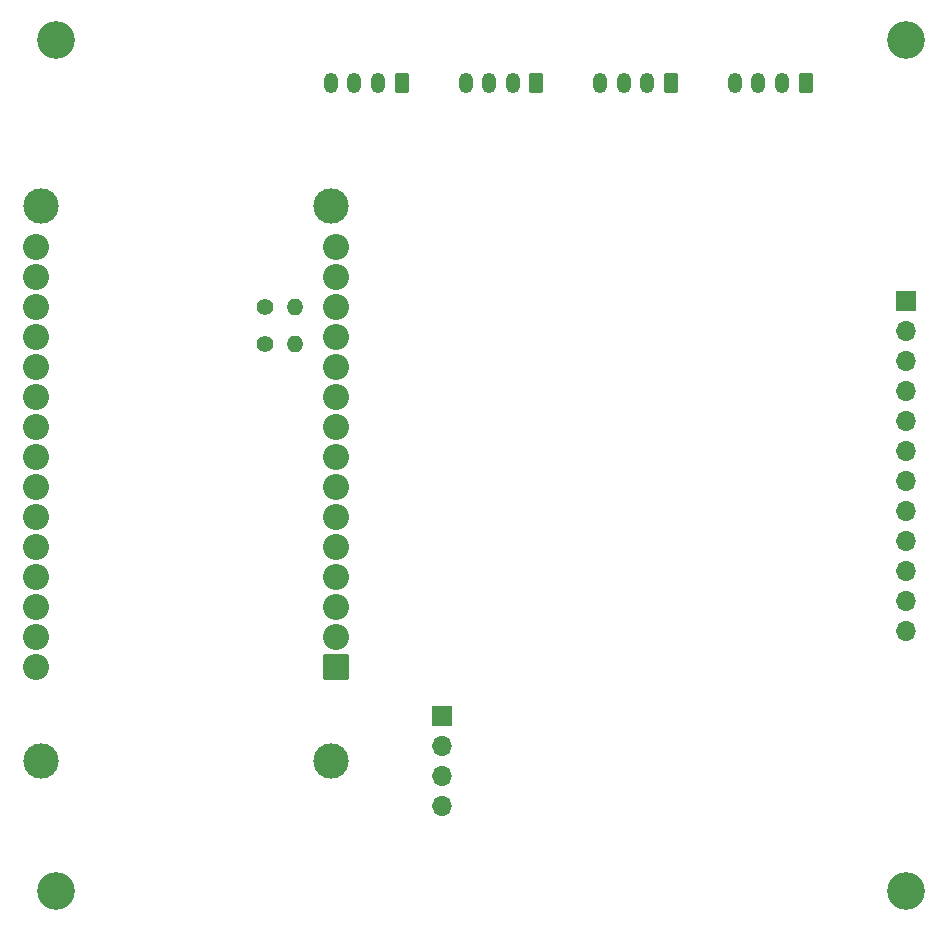
<source format=gts>
G04 #@! TF.GenerationSoftware,KiCad,Pcbnew,8.0.4*
G04 #@! TF.CreationDate,2025-01-30T11:26:39-05:00*
G04 #@! TF.ProjectId,Cubesat_pcb,43756265-7361-4745-9f70-63622e6b6963,rev?*
G04 #@! TF.SameCoordinates,Original*
G04 #@! TF.FileFunction,Soldermask,Top*
G04 #@! TF.FilePolarity,Negative*
%FSLAX46Y46*%
G04 Gerber Fmt 4.6, Leading zero omitted, Abs format (unit mm)*
G04 Created by KiCad (PCBNEW 8.0.4) date 2025-01-30 11:26:39*
%MOMM*%
%LPD*%
G01*
G04 APERTURE LIST*
G04 Aperture macros list*
%AMRoundRect*
0 Rectangle with rounded corners*
0 $1 Rounding radius*
0 $2 $3 $4 $5 $6 $7 $8 $9 X,Y pos of 4 corners*
0 Add a 4 corners polygon primitive as box body*
4,1,4,$2,$3,$4,$5,$6,$7,$8,$9,$2,$3,0*
0 Add four circle primitives for the rounded corners*
1,1,$1+$1,$2,$3*
1,1,$1+$1,$4,$5*
1,1,$1+$1,$6,$7*
1,1,$1+$1,$8,$9*
0 Add four rect primitives between the rounded corners*
20,1,$1+$1,$2,$3,$4,$5,0*
20,1,$1+$1,$4,$5,$6,$7,0*
20,1,$1+$1,$6,$7,$8,$9,0*
20,1,$1+$1,$8,$9,$2,$3,0*%
G04 Aperture macros list end*
%ADD10R,1.700000X1.700000*%
%ADD11O,1.700000X1.700000*%
%ADD12C,3.200000*%
%ADD13C,1.400000*%
%ADD14O,1.400000X1.400000*%
%ADD15RoundRect,0.250000X0.350000X0.625000X-0.350000X0.625000X-0.350000X-0.625000X0.350000X-0.625000X0*%
%ADD16O,1.200000X1.750000*%
%ADD17C,3.000000*%
%ADD18RoundRect,0.102000X1.000000X1.000000X-1.000000X1.000000X-1.000000X-1.000000X1.000000X-1.000000X0*%
%ADD19C,2.204000*%
G04 APERTURE END LIST*
D10*
G04 #@! TO.C,J7*
X37224132Y19311654D03*
D11*
X37224132Y16771654D03*
X37224132Y14231654D03*
X37224132Y11691654D03*
G04 #@! TD*
D12*
G04 #@! TO.C,H3*
X76499132Y4511654D03*
G04 #@! TD*
D13*
G04 #@! TO.C,R1*
X22259132Y53911654D03*
D14*
X24799132Y53911654D03*
G04 #@! TD*
D12*
G04 #@! TO.C,H1*
X4499132Y76511654D03*
G04 #@! TD*
D15*
G04 #@! TO.C,J8*
X56599132Y72911654D03*
D16*
X54599132Y72911654D03*
X52599132Y72911654D03*
X50599132Y72911654D03*
G04 #@! TD*
D10*
G04 #@! TO.C,J1*
X76499132Y54486654D03*
D11*
X76499132Y51946654D03*
X76499132Y49406654D03*
X76499132Y46866654D03*
X76499132Y44326654D03*
X76499132Y41786654D03*
X76499132Y39246654D03*
X76499132Y36706654D03*
X76499132Y34166654D03*
X76499132Y31626654D03*
X76499132Y29086654D03*
X76499132Y26546654D03*
G04 #@! TD*
D15*
G04 #@! TO.C,J6*
X67999132Y72911654D03*
D16*
X65999132Y72911654D03*
X63999132Y72911654D03*
X61999132Y72911654D03*
G04 #@! TD*
D15*
G04 #@! TO.C,J4*
X33799132Y72911654D03*
D16*
X31799132Y72911654D03*
X29799132Y72911654D03*
X27799132Y72911654D03*
G04 #@! TD*
D13*
G04 #@! TO.C,R2*
X22259132Y50811654D03*
D14*
X24799132Y50811654D03*
G04 #@! TD*
D12*
G04 #@! TO.C,H4*
X4499132Y4511654D03*
G04 #@! TD*
G04 #@! TO.C,H2*
X76499132Y76511654D03*
G04 #@! TD*
D15*
G04 #@! TO.C,J5*
X45199132Y72911654D03*
D16*
X43199132Y72911654D03*
X41199132Y72911654D03*
X39199132Y72911654D03*
G04 #@! TD*
D17*
G04 #@! TO.C,U2*
X27779132Y15531654D03*
X27779132Y62481654D03*
X3269132Y15531654D03*
X3269132Y62481654D03*
D18*
X28199132Y23491654D03*
D19*
X28199132Y26031654D03*
X28199132Y28571654D03*
X28199132Y31111654D03*
X28199132Y33651654D03*
X28199132Y36191654D03*
X28199132Y38731654D03*
X28199132Y41271654D03*
X28199132Y43811654D03*
X28199132Y46351654D03*
X28199132Y48891654D03*
X28199132Y51431654D03*
X28199132Y53971654D03*
X28199132Y56511654D03*
X28199132Y59051654D03*
X2799132Y59051654D03*
X2799132Y56511654D03*
X2799132Y53971654D03*
X2799132Y51431654D03*
X2799132Y48891654D03*
X2799132Y46351654D03*
X2799132Y43811654D03*
X2799132Y41271654D03*
X2799132Y38731654D03*
X2799132Y36191654D03*
X2799132Y33651654D03*
X2799132Y31111654D03*
X2799132Y28571654D03*
X2799132Y26031654D03*
X2799132Y23491654D03*
G04 #@! TD*
M02*

</source>
